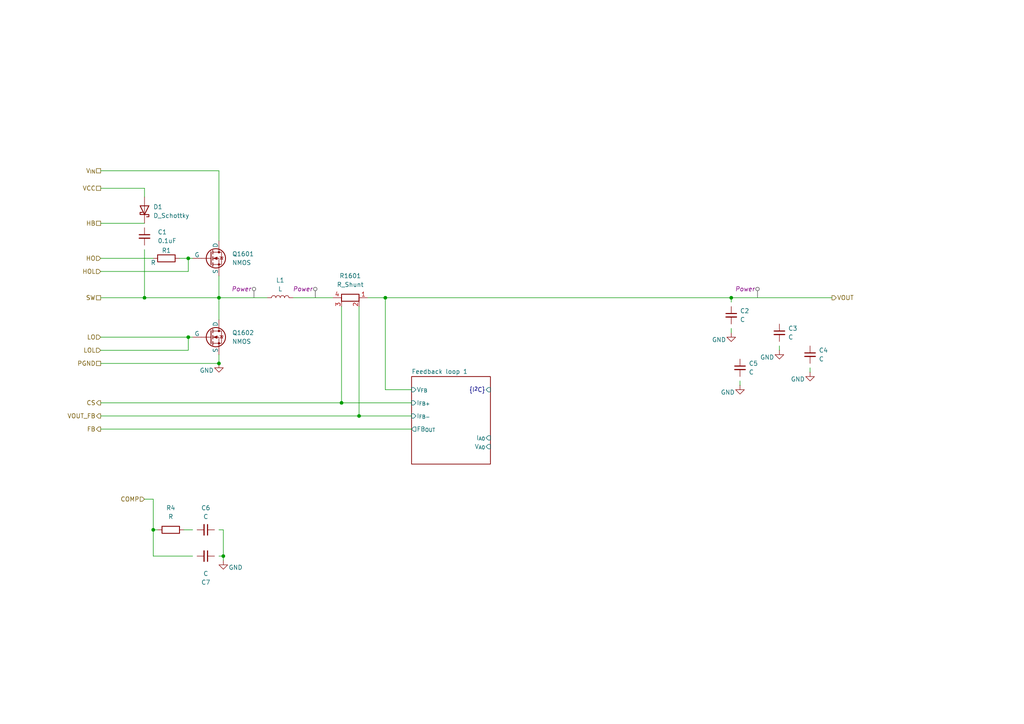
<source format=kicad_sch>
(kicad_sch (version 20250114) (generator "eeschema") (generator_version "9.0")
  (paper "A4")
  (title_block (title "${PROJECTNAME}") (date "2025-11-22") (rev "A.1") (company "David Haisman"))
  (lib_symbols
    (symbol "Device:C_Small" (pin_numbers (hide yes)) (pin_names (offset 0.254) (hide yes))
      (property "Reference" "C" (at 0.254 1.778 0))
      (property "Value" "C_Small" (at 0.254 -2.032 0))
      (symbol "C_Small_0_1"
        (polyline (pts (xy -1.524 0.508) (xy 1.524 0.508)) (stroke (width 0.3048)))
        (polyline (pts (xy -1.524 -0.508) (xy 1.524 -0.508)) (stroke (width 0.3302)))
      )
      (symbol "C_Small_1_1"
        (pin passive line (at 0 2.54 270) (length 2.032) (name "~") (number "1"))
        (pin passive line (at 0 -2.54 90) (length 2.032) (name "~") (number "2"))
      )
    )
    (symbol "Device:D_Schottky" (pin_numbers (hide yes)) (pin_names (offset 1.016) (hide yes))
      (property "Reference" "D" (at 0 2.54 0))
      (property "Value" "D_Schottky" (at 0 -2.54 0))
      (symbol "D_Schottky_0_1"
        (polyline (pts (xy -1.905 0.635) (xy -1.905 1.27) (xy -1.27 1.27) (xy -1.27 -1.27) (xy -0.635 -1.27) (xy -0.635 -0.635)) (stroke (width 0.254)))
        (polyline (pts (xy 1.27 1.27) (xy 1.27 -1.27) (xy -1.27 0) (xy 1.27 1.27)) (stroke (width 0.254)))
        (polyline (pts (xy 1.27 0) (xy -1.27 0)))
      )
      (symbol "D_Schottky_1_1"
        (pin passive line (at -3.81 0 0) (length 2.54) (name "K") (number "1"))
        (pin passive line (at 3.81 0 180) (length 2.54) (name "A") (number "2"))
      )
    )
    (symbol "Device:L" (pin_numbers (hide yes)) (pin_names (offset 1.016) (hide yes))
      (property "Reference" "L" (at -1.27 0 90))
      (property "Value" "L" (at 1.905 0 90))
      (symbol "L_0_1"
        (arc (start 0 2.54) (mid 0.6323 1.905) (end 0 1.27))
        (arc (start 0 1.27) (mid 0.6323 0.635) (end 0 0))
        (arc (start 0 0) (mid 0.6323 -0.635) (end 0 -1.27))
        (arc (start 0 -1.27) (mid 0.6323 -1.905) (end 0 -2.54))
      )
      (symbol "L_1_1"
        (pin passive line (at 0 3.81 270) (length 1.27) (name "1") (number "1"))
        (pin passive line (at 0 -3.81 90) (length 1.27) (name "2") (number "2"))
      )
    )
    (symbol "Device:R" (pin_numbers (hide yes)) (pin_names (offset 0))
      (property "Reference" "R" (at 2.032 0 90))
      (property "Value" "R" (at 0 0 90))
      (symbol "R_0_1"
        (rectangle (start -1.016 -2.54) (end 1.016 2.54) (stroke (width 0.254)))
      )
      (symbol "R_1_1"
        (pin passive line (at 0 3.81 270) (length 1.27) (name "~") (number "1"))
        (pin passive line (at 0 -3.81 90) (length 1.27) (name "~") (number "2"))
      )
    )
    (symbol "Device:R_Shunt" (pin_names (offset 0) (hide yes))
      (property "Reference" "R" (at -2.032 0 90))
      (property "Value" "R_Shunt" (at 0 0 90))
      (symbol "R_Shunt_0_1"
        (rectangle (start -1.016 -2.54) (end 1.016 2.54) (stroke (width 0.254)))
        (polyline (pts (xy 0 -2.54) (xy 1.27 -2.54)))
        (polyline (pts (xy 1.27 2.54) (xy 0 2.54)))
      )
      (symbol "R_Shunt_1_1"
        (pin passive line (at 0 5.08 270) (length 2.54) (name "~") (number "1"))
        (pin passive line (at 0 -5.08 90) (length 2.54) (name "~") (number "4"))
        (pin passive line (at 2.54 2.54 180) (length 1.27) (name "~") (number "2"))
        (pin passive line (at 2.54 -2.54 180) (length 1.27) (name "~") (number "3"))
      )
    )
    (symbol "Simulation_SPICE:NMOS" (pin_numbers (hide yes)) (pin_names (offset 0))
      (property "Reference" "Q" (at 5.08 1.27 0))
      (property "Value" "NMOS" (at 5.08 -1.27 0))
      (symbol "NMOS_0_1"
        (polyline (pts (xy 0.254 1.905) (xy 0.254 -1.905)) (stroke (width 0.254)))
        (polyline (pts (xy 0.254 0) (xy -2.54 0)))
        (polyline (pts (xy 0.762 2.286) (xy 0.762 1.27)) (stroke (width 0.254)))
        (polyline (pts (xy 0.762 0.508) (xy 0.762 -0.508)) (stroke (width 0.254)))
        (polyline (pts (xy 0.762 -1.27) (xy 0.762 -2.286)) (stroke (width 0.254)))
        (polyline (pts (xy 0.762 -1.778) (xy 3.302 -1.778) (xy 3.302 1.778) (xy 0.762 1.778)))
        (polyline (pts (xy 1.016 0) (xy 2.032 0.381) (xy 2.032 -0.381) (xy 1.016 0)) (fill (type outline)))
        (circle (center 1.651 0) (radius 2.794) (stroke (width 0.254)))
        (polyline (pts (xy 2.54 2.54) (xy 2.54 1.778)))
        (circle (center 2.54 1.778) (radius 0.254) (fill (type outline)))
        (circle (center 2.54 -1.778) (radius 0.254) (fill (type outline)))
        (polyline (pts (xy 2.54 -2.54) (xy 2.54 0) (xy 0.762 0)))
        (polyline (pts (xy 2.794 0.508) (xy 2.921 0.381) (xy 3.683 0.381) (xy 3.81 0.254)))
        (polyline (pts (xy 3.302 0.381) (xy 2.921 -0.254) (xy 3.683 -0.254) (xy 3.302 0.381)))
      )
      (symbol "NMOS_1_1"
        (pin input line (at -5.08 0 0) (length 2.54) (name "G") (number "2"))
        (pin passive line (at 2.54 5.08 270) (length 2.54) (name "D") (number "1"))
        (pin passive line (at 2.54 -5.08 90) (length 2.54) (name "S") (number "3"))
      )
    )
    (symbol "power:GND" (power) (pin_numbers (hide yes)) (pin_names (offset 0) (hide yes))
      (property "Value" "GND" (at 0 -3.81 0))
      (symbol "GND_0_1"
        (polyline (pts (xy 0 0) (xy 0 -1.27) (xy 1.27 -1.27) (xy 0 -2.54) (xy -1.27 -1.27) (xy 0 -1.27)))
      )
      (symbol "GND_1_1"
        (pin power_in line (at 0 0 270) (length 0) (name "~") (number "1"))
      )
    )
  )
  (junction (at 64.77 161.29))
  (junction (at 54.61 74.93))
  (junction (at 44.45 153.67))
  (junction (at 63.5 86.36))
  (junction (at 63.5 105.41))
  (junction (at 212.09 86.36))
  (junction (at 99.06 116.84))
  (junction (at 111.76 86.36))
  (junction (at 104.14 120.65))
  (junction (at 41.91 86.36))
  (junction (at 54.61 97.79))
  (wire (pts (xy 77.47 86.36) (xy 63.5 86.36)))
  (wire (pts (xy 226.06 100.33) (xy 226.06 101.6)))
  (wire (pts (xy 212.09 95.25) (xy 212.09 96.52)))
  (wire (pts (xy 64.77 161.29) (xy 63.5 161.29)))
  (wire (pts (xy 214.63 110.49) (xy 214.63 111.76)))
  (wire (pts (xy 64.77 161.29) (xy 64.77 162.56)))
  (wire (pts (xy 64.77 153.67) (xy 63.5 153.67)))
  (wire (pts (xy 212.09 86.36) (xy 241.3 86.36)))
  (wire (pts (xy 111.76 86.36) (xy 212.09 86.36)))
  (wire (pts (xy 29.21 124.46) (xy 119.38 124.46)))
  (wire (pts (xy 54.61 78.74) (xy 54.61 74.93)))
  (wire (pts (xy 41.91 64.77) (xy 29.21 64.77)))
  (wire (pts (xy 29.21 54.61) (xy 41.91 54.61)))
  (wire (pts (xy 41.91 54.61) (xy 41.91 57.15)))
  (wire (pts (xy 29.21 49.53) (xy 63.5 49.53)))
  (wire (pts (xy 63.5 105.41) (xy 63.5 102.87)))
  (wire (pts (xy 55.88 97.79) (xy 54.61 97.79)))
  (wire (pts (xy 63.5 92.71) (xy 63.5 86.36)))
  (wire (pts (xy 44.45 144.78) (xy 41.91 144.78)))
  (wire (pts (xy 54.61 78.74) (xy 29.21 78.74)))
  (wire (pts (xy 54.61 97.79) (xy 29.21 97.79)))
  (wire (pts (xy 44.45 153.67) (xy 44.45 144.78)))
  (wire (pts (xy 54.61 101.6) (xy 54.61 97.79)))
  (wire (pts (xy 55.88 161.29) (xy 44.45 161.29)))
  (wire (pts (xy 119.38 113.03) (xy 111.76 113.03)))
  (wire (pts (xy 41.91 72.39) (xy 41.91 86.36)))
  (wire (pts (xy 54.61 74.93) (xy 52.07 74.93)))
  (wire (pts (xy 104.14 120.65) (xy 119.38 120.65)))
  (wire (pts (xy 41.91 86.36) (xy 29.21 86.36)))
  (wire (pts (xy 234.95 106.68) (xy 234.95 107.95)))
  (wire (pts (xy 45.72 153.67) (xy 44.45 153.67)))
  (wire (pts (xy 54.61 101.6) (xy 29.21 101.6)))
  (wire (pts (xy 104.14 88.9) (xy 104.14 120.65)))
  (wire (pts (xy 63.5 86.36) (xy 41.91 86.36)))
  (wire (pts (xy 99.06 88.9) (xy 99.06 116.84)))
  (wire (pts (xy 44.45 74.93) (xy 29.21 74.93)))
  (wire (pts (xy 29.21 120.65) (xy 104.14 120.65)))
  (wire (pts (xy 111.76 86.36) (xy 111.76 113.03)))
  (wire (pts (xy 55.88 74.93) (xy 54.61 74.93)))
  (wire (pts (xy 85.09 86.36) (xy 96.52 86.36)))
  (wire (pts (xy 64.77 153.67) (xy 64.77 161.29)))
  (wire (pts (xy 63.5 49.53) (xy 63.5 69.85)))
  (wire (pts (xy 63.5 86.36) (xy 63.5 80.01)))
  (wire (pts (xy 29.21 116.84) (xy 99.06 116.84)))
  (wire (pts (xy 106.68 86.36) (xy 111.76 86.36)))
  (wire (pts (xy 63.5 105.41) (xy 29.21 105.41)))
  (wire (pts (xy 99.06 116.84) (xy 119.38 116.84)))
  (wire (pts (xy 212.09 87.63) (xy 212.09 86.36)))
  (wire (pts (xy 44.45 161.29) (xy 44.45 153.67)))
  (wire (pts (xy 55.88 153.67) (xy 53.34 153.67)))
  (hierarchical_label "COMP" (shape input) (at 41.91 144.78 180))
  (hierarchical_label "VCC" (shape passive) (at 29.21 54.61 180))
  (hierarchical_label "VOUT_FB" (shape output) (at 29.21 120.65 180))
  (hierarchical_label "PGND" (shape passive) (at 29.21 105.41 180))
  (hierarchical_label "SW" (shape passive) (at 29.21 86.36 180))
  (hierarchical_label "VOUT" (shape output) (at 241.3 86.36 0))
  (hierarchical_label "LO" (shape input) (at 29.21 97.79 180))
  (hierarchical_label "HOL" (shape input) (at 29.21 78.74 180))
  (hierarchical_label "V_{IN}" (shape passive) (at 29.21 49.53 180))
  (hierarchical_label "HO" (shape input) (at 29.21 74.93 180))
  (hierarchical_label "CS" (shape output) (at 29.21 116.84 180))
  (hierarchical_label "HB" (shape passive) (at 29.21 64.77 180))
  (hierarchical_label "FB" (shape output) (at 29.21 124.46 180))
  (hierarchical_label "LOL" (shape input) (at 29.21 101.6 180))
  (netclass_flag "" (length 2.54) (shape round) (at 219.71 86.36 0) (property "Netclass" "Power" (at 219.0115 83.82 0) (effects (font (italic yes)) (justify right))))
  (netclass_flag "" (length 2.54) (shape round) (at 91.44 86.36 0) (property "Netclass" "Power" (at 90.7415 83.82 0) (effects (font (italic yes)) (justify right))))
  (netclass_flag "" (length 2.54) (shape round) (at 73.66 86.36 0) (property "Netclass" "Power" (at 72.9615 83.82 0) (effects (font (italic yes)) (justify right))))
  (symbol (lib_id "power:GND") (at 212.09 96.52 0) (mirror y) (unit 1)
    (property "Reference" "#PWR01" (effects (hide yes)))
    (property "Value" "GND" (at 208.534 98.552 0))
    (property "Description" "Power symbol creates a global label with name \"GND\" , ground" (effects (hide yes)))
  )
  (symbol (lib_id "power:GND") (at 226.06 101.6 0) (mirror y) (unit 1)
    (property "Reference" "#PWR01602" (effects (hide yes)))
    (property "Value" "GND" (at 222.504 103.632 0))
    (property "Description" "Power symbol creates a global label with name \"GND\" , ground" (effects (hide yes)))
  )
  (symbol (lib_id "Device:C_Small") (at 214.63 106.68 0) (mirror y) (unit 1)
    (property "Reference" "C5" (at 217.17 105.4162 0) (effects (justify right)))
    (property "Value" "C" (at 217.17 107.9562 0) (effects (justify right)))
    (property "Description" "Unpolarized capacitor, small symbol" (effects (hide yes)))
  )
  (symbol (lib_id "Device:D_Schottky") (at 41.91 60.96 270) (mirror x) (unit 1)
    (property "Reference" "D1" (at 44.45 60.0074 90) (effects (justify left)))
    (property "Value" "D_Schottky" (at 44.45 62.5474 90) (effects (justify left)))
    (property "Description" "Schottky diode" (effects (hide yes)))
  )
  (symbol (lib_id "Device:C_Small") (at 234.95 102.87 0) (mirror y) (unit 1)
    (property "Reference" "C4" (at 237.49 101.6062 0) (effects (justify right)))
    (property "Value" "C" (at 237.49 104.1462 0) (effects (justify right)))
    (property "Description" "Unpolarized capacitor, small symbol" (effects (hide yes)))
  )
  (symbol (lib_id "power:GND") (at 234.95 107.95 0) (mirror y) (unit 1)
    (property "Reference" "#PWR01601" (effects (hide yes)))
    (property "Value" "GND" (at 231.394 109.982 0))
    (property "Description" "Power symbol creates a global label with name \"GND\" , ground" (effects (hide yes)))
  )
  (symbol (lib_id "Simulation_SPICE:NMOS") (at 60.96 97.79 0) (unit 1)
    (property "Reference" "Q1602" (at 67.31 96.5199 0) (effects (justify left)))
    (property "Value" "NMOS" (at 67.31 99.0599 0) (effects (justify left)))
    (property "Datasheet" "https://ngspice.sourceforge.io/docs/ngspice-html-manual/manual.xhtml#cha_MOSFETs" (effects (hide yes)))
    (property "Description" "N-MOSFET transistor, drain/source/gate" (effects (hide yes)))
    (property "Sim.Device" "NMOS" (effects (hide yes)))
    (property "Sim.Type" "VDMOS" (effects (hide yes)))
    (property "Sim.Pins" "1=D 2=G 3=S" (effects (hide yes)))
  )
  (symbol (lib_id "power:GND") (at 63.5 105.41 0) (mirror y) (unit 1)
    (property "Reference" "#PWR02" (effects (hide yes)))
    (property "Value" "GND" (at 59.944 107.442 0))
    (property "Description" "Power symbol creates a global label with name \"GND\" , ground" (effects (hide yes)))
  )
  (symbol (lib_id "Device:R") (at 48.26 74.93 270) (mirror x) (unit 1)
    (property "Reference" "R1" (at 48.26 72.644 90))
    (property "Value" "R" (at 44.45 76.2 90))
    (property "Description" "Resistor" (effects (hide yes)))
  )
  (symbol (lib_id "Device:C_Small") (at 212.09 91.44 0) (mirror y) (unit 1)
    (property "Reference" "C2" (at 214.63 90.1762 0) (effects (justify right)))
    (property "Value" "C" (at 214.63 92.7162 0) (effects (justify right)))
    (property "Description" "Unpolarized capacitor, small symbol" (effects (hide yes)))
  )
  (symbol (lib_id "Device:C_Small") (at 59.69 153.67 270) (mirror x) (unit 1)
    (property "Reference" "C6" (at 59.6836 147.32 90))
    (property "Value" "C" (at 59.6836 149.86 90))
    (property "Description" "Unpolarized capacitor, small symbol" (effects (hide yes)))
  )
  (symbol (lib_id "Device:R") (at 49.53 153.67 270) (mirror x) (unit 1)
    (property "Reference" "R4" (at 49.53 147.32 90))
    (property "Value" "R" (at 49.53 149.86 90))
    (property "Description" "Resistor" (effects (hide yes)))
  )
  (symbol (lib_id "Device:R_Shunt") (at 101.6 86.36 270) (unit 1)
    (property "Reference" "R1601" (at 101.6 80.01 90))
    (property "Value" "R_Shunt" (at 101.6 82.55 90))
    (property "Description" "Shunt resistor with Kelvin connections" (effects (hide yes)))
  )
  (symbol (lib_id "Device:C_Small") (at 226.06 96.52 0) (mirror y) (unit 1)
    (property "Reference" "C3" (at 228.6 95.2562 0) (effects (justify right)))
    (property "Value" "C" (at 228.6 97.7962 0) (effects (justify right)))
    (property "Description" "Unpolarized capacitor, small symbol" (effects (hide yes)))
  )
  (symbol (lib_id "Device:C_Small") (at 41.91 68.58 0) (unit 1)
    (property "Reference" "C1" (at 45.72 67.3099 0) (effects (justify left)))
    (property "Value" "0.1uF" (at 45.72 69.8499 0) (effects (justify left)))
    (property "Description" "Unpolarized capacitor, small symbol" (effects (hide yes)))
  )
  (symbol (lib_id "Device:C_Small") (at 59.69 161.29 270) (unit 1)
    (property "Reference" "C7" (at 59.69 168.91 90))
    (property "Value" "C" (at 59.69 166.37 90))
    (property "Description" "Unpolarized capacitor, small symbol" (effects (hide yes)))
  )
  (symbol (lib_id "power:GND") (at 214.63 111.76 0) (mirror y) (unit 1)
    (property "Reference" "#PWR01603" (effects (hide yes)))
    (property "Value" "GND" (at 211.074 113.792 0))
    (property "Description" "Power symbol creates a global label with name \"GND\" , ground" (effects (hide yes)))
  )
  (symbol (lib_id "Device:L") (at 81.28 86.36 270) (mirror x) (unit 1)
    (property "Reference" "L1" (at 81.28 81.28 90))
    (property "Value" "L" (at 81.28 83.82 90))
    (property "Description" "Inductor" (effects (hide yes)))
  )
  (symbol (lib_id "power:GND") (at 64.77 162.56 0) (unit 1)
    (property "Reference" "#PWR03" (effects (hide yes)))
    (property "Value" "GND" (at 68.326 164.592 0))
    (property "Description" "Power symbol creates a global label with name \"GND\" , ground" (effects (hide yes)))
  )
  (symbol (lib_id "Simulation_SPICE:NMOS") (at 60.96 74.93 0) (unit 1)
    (property "Reference" "Q1601" (at 67.31 73.6599 0) (effects (justify left)))
    (property "Value" "NMOS" (at 67.31 76.1999 0) (effects (justify left)))
    (property "Datasheet" "https://ngspice.sourceforge.io/docs/ngspice-html-manual/manual.xhtml#cha_MOSFETs" (effects (hide yes)))
    (property "Description" "N-MOSFET transistor, drain/source/gate" (effects (hide yes)))
    (property "Sim.Device" "NMOS" (effects (hide yes)))
    (property "Sim.Type" "VDMOS" (effects (hide yes)))
    (property "Sim.Pins" "1=D 2=G 3=S" (effects (hide yes)))
  )
  (sheet (at 119.38 109.22) (size 22.86 25.4) (stroke (width 0.1524))
    (property "Sheetname" "Feedback loop 1" (at 119.38 108.5084 0) (effects (justify left bottom)))
    (property "Sheetfile" "feedback_loop2.kicad_sch" (effects (hide yes)))
    (pin "FB_{OUT}" output (at 119.38 124.46 180))
    (pin "{I^{2}C}" input (at 142.24 113.03 0))
    (pin "V_{FB}" input (at 119.38 113.03 180))
    (pin "I_{FB+}" input (at 119.38 116.84 180))
    (pin "I_{FB-}" input (at 119.38 120.65 180))
    (pin "V_{A0}" input (at 142.24 129.54 0))
    (pin "I_{A0}" input (at 142.24 127 0))
  )
)
</source>
